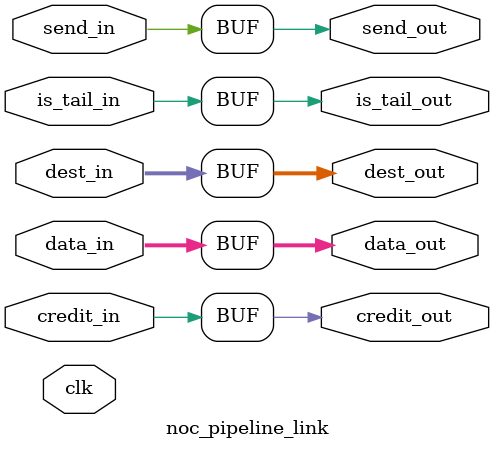
<source format=sv>

module noc_pipeline_link #(
    parameter NUM_PIPELINE = 0,

    parameter FLIT_WIDTH = 128,
    parameter DEST_WIDTH = 8
) (
    input   wire                            clk         ,

    input   wire    [FLIT_WIDTH - 1 : 0]    data_in     ,
    input   wire    [DEST_WIDTH - 1 : 0]    dest_in     ,
    input   wire                            is_tail_in  ,
    input   wire                            send_in     ,
    output  logic                           credit_out  ,

    output  logic   [FLIT_WIDTH - 1 : 0]    data_out    ,
    output  logic   [DEST_WIDTH - 1 : 0]    dest_out    ,
    output  logic                           is_tail_out ,
    output  logic                           send_out    ,
    input   wire                            credit_in
);

    generate begin: pipeline_gen
        if (NUM_PIPELINE == 0) begin
            assign data_out    = data_in;
            assign dest_out    = dest_in;
            assign is_tail_out = is_tail_in;
            assign send_out    = send_in;
            assign credit_out  = credit_in;
        end else begin
            logic   [FLIT_WIDTH - 1 : 0]    data    [NUM_PIPELINE];
            logic   [DEST_WIDTH - 1 : 0]    dest    [NUM_PIPELINE];
            logic                           is_tail [NUM_PIPELINE];
            logic                           send    [NUM_PIPELINE];
            logic                           credit  [NUM_PIPELINE];

            always @(posedge clk) begin
                data[0]     <= data_in;
                dest[0]     <= dest_in;
                is_tail[0]  <= is_tail_in;
                send[0]     <= send_in;
                credit[0]   <= credit_in;

                for (int i = 1; i < NUM_PIPELINE; i = i + 1) begin
                    data[i]    <= data[i - 1];
                    dest[i]    <= dest[i - 1];
                    is_tail[i] <= is_tail[i - 1];
                    send[i]    <= send[i - 1];
                    credit[i]  <= credit[i - 1];
                end
            end

            always @(*) begin
                data_out    = data[NUM_PIPELINE - 1];
                dest_out    = dest[NUM_PIPELINE - 1];
                is_tail_out = is_tail[NUM_PIPELINE - 1];
                send_out    = send[NUM_PIPELINE - 1];
                credit_out  = credit[NUM_PIPELINE - 1];
            end
        end
    end
    endgenerate

endmodule: noc_pipeline_link
</source>
